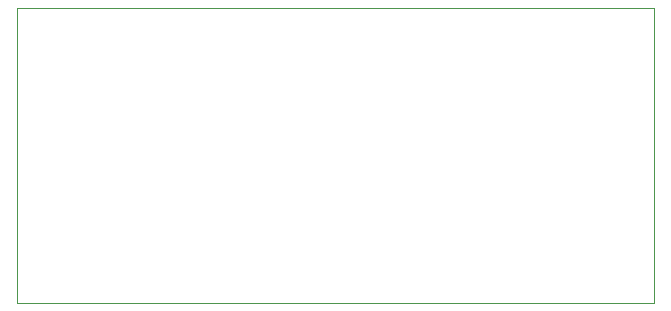
<source format=gbr>
%TF.GenerationSoftware,KiCad,Pcbnew,8.0.8*%
%TF.CreationDate,2025-01-31T11:20:25+01:00*%
%TF.ProjectId,RP2040_Template,52503230-3430-45f5-9465-6d706c617465,rev?*%
%TF.SameCoordinates,Original*%
%TF.FileFunction,Profile,NP*%
%FSLAX46Y46*%
G04 Gerber Fmt 4.6, Leading zero omitted, Abs format (unit mm)*
G04 Created by KiCad (PCBNEW 8.0.8) date 2025-01-31 11:20:25*
%MOMM*%
%LPD*%
G01*
G04 APERTURE LIST*
%TA.AperFunction,Profile*%
%ADD10C,0.100000*%
%TD*%
G04 APERTURE END LIST*
D10*
X86880000Y-77080000D02*
X140880000Y-77080000D01*
X140880000Y-102080000D01*
X86880000Y-102080000D01*
X86880000Y-77080000D01*
M02*

</source>
